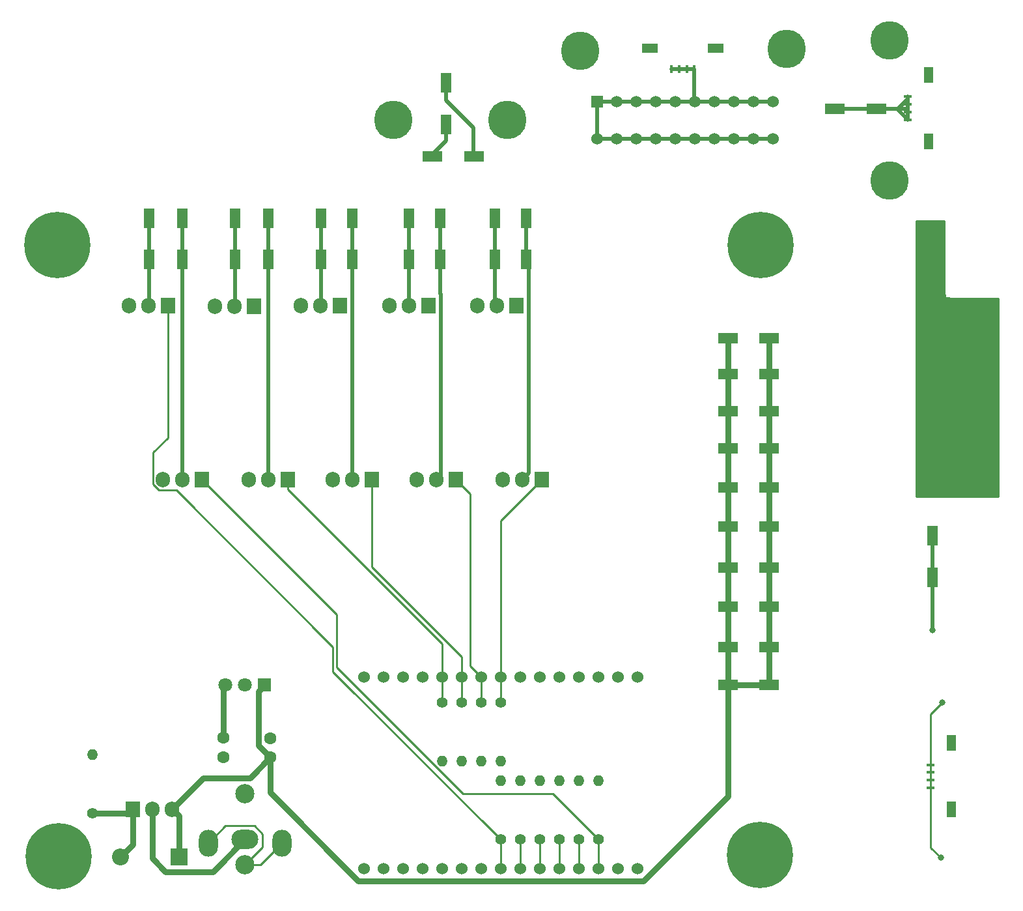
<source format=gbr>
%TF.GenerationSoftware,KiCad,Pcbnew,5.1.7-a382d34a8~88~ubuntu20.04.1*%
%TF.CreationDate,2021-03-09T09:32:07+01:00*%
%TF.ProjectId,narcise-redux,6e617263-6973-4652-9d72-656475782e6b,rev?*%
%TF.SameCoordinates,Original*%
%TF.FileFunction,Copper,L1,Top*%
%TF.FilePolarity,Positive*%
%FSLAX46Y46*%
G04 Gerber Fmt 4.6, Leading zero omitted, Abs format (unit mm)*
G04 Created by KiCad (PCBNEW 5.1.7-a382d34a8~88~ubuntu20.04.1) date 2021-03-09 09:32:07*
%MOMM*%
%LPD*%
G01*
G04 APERTURE LIST*
%TA.AperFunction,ComponentPad*%
%ADD10C,5.000000*%
%TD*%
%TA.AperFunction,ComponentPad*%
%ADD11C,0.800000*%
%TD*%
%TA.AperFunction,ComponentPad*%
%ADD12C,8.600000*%
%TD*%
%TA.AperFunction,ComponentPad*%
%ADD13C,0.900000*%
%TD*%
%TA.AperFunction,SMDPad,CuDef*%
%ADD14R,2.500000X1.400000*%
%TD*%
%TA.AperFunction,SMDPad,CuDef*%
%ADD15R,1.400000X2.500000*%
%TD*%
%TA.AperFunction,SMDPad,CuDef*%
%ADD16R,1.000000X0.400000*%
%TD*%
%TA.AperFunction,SMDPad,CuDef*%
%ADD17R,1.300000X2.000000*%
%TD*%
%TA.AperFunction,ComponentPad*%
%ADD18O,1.400000X1.400000*%
%TD*%
%TA.AperFunction,ComponentPad*%
%ADD19C,1.400000*%
%TD*%
%TA.AperFunction,ComponentPad*%
%ADD20O,1.905000X2.000000*%
%TD*%
%TA.AperFunction,ComponentPad*%
%ADD21R,1.905000X2.000000*%
%TD*%
%TA.AperFunction,SMDPad,CuDef*%
%ADD22R,0.400000X1.000000*%
%TD*%
%TA.AperFunction,SMDPad,CuDef*%
%ADD23R,2.000000X1.300000*%
%TD*%
%TA.AperFunction,ComponentPad*%
%ADD24O,3.500000X2.500000*%
%TD*%
%TA.AperFunction,ComponentPad*%
%ADD25O,2.500000X3.500000*%
%TD*%
%TA.AperFunction,ComponentPad*%
%ADD26C,2.500000*%
%TD*%
%TA.AperFunction,ComponentPad*%
%ADD27C,1.524000*%
%TD*%
%TA.AperFunction,ComponentPad*%
%ADD28R,1.800000X1.800000*%
%TD*%
%TA.AperFunction,ComponentPad*%
%ADD29C,1.800000*%
%TD*%
%TA.AperFunction,ComponentPad*%
%ADD30C,1.600000*%
%TD*%
%TA.AperFunction,ComponentPad*%
%ADD31R,1.524000X1.524000*%
%TD*%
%TA.AperFunction,ComponentPad*%
%ADD32O,2.200000X2.200000*%
%TD*%
%TA.AperFunction,ComponentPad*%
%ADD33R,2.200000X2.200000*%
%TD*%
%TA.AperFunction,ViaPad*%
%ADD34C,0.800000*%
%TD*%
%TA.AperFunction,Conductor*%
%ADD35C,0.750000*%
%TD*%
%TA.AperFunction,Conductor*%
%ADD36C,0.500000*%
%TD*%
%TA.AperFunction,Conductor*%
%ADD37C,0.250000*%
%TD*%
%TA.AperFunction,NonConductor*%
%ADD38C,0.254000*%
%TD*%
%TA.AperFunction,NonConductor*%
%ADD39C,0.100000*%
%TD*%
G04 APERTURE END LIST*
D10*
%TO.P,REF\u002A\u002A,1*%
%TO.N,N/C*%
X95122000Y-284725000D03*
D11*
X95122000Y-282850000D03*
X96447825Y-283399175D03*
X96997000Y-284725000D03*
X96447825Y-286050825D03*
X95122000Y-286600000D03*
X93796175Y-286050825D03*
X93247000Y-284725000D03*
X93796175Y-283399175D03*
%TD*%
%TO.P,REF\u002A\u002A,1*%
%TO.N,N/C*%
X78937175Y-283399175D03*
X78388000Y-284725000D03*
X78937175Y-286050825D03*
X80263000Y-286600000D03*
X81588825Y-286050825D03*
X82138000Y-284725000D03*
X81588825Y-283399175D03*
X80263000Y-282850000D03*
D10*
X80263000Y-284725000D03*
%TD*%
%TO.P,REF\u002A\u002A,1*%
%TO.N,N/C*%
X144793000Y-292577000D03*
D11*
X146668000Y-292577000D03*
X146118825Y-293902825D03*
X144793000Y-294452000D03*
X143467175Y-293902825D03*
X142918000Y-292577000D03*
X143467175Y-291251175D03*
X144793000Y-290702000D03*
X146118825Y-291251175D03*
%TD*%
%TO.P,REF\u002A\u002A,1*%
%TO.N,N/C*%
X146118825Y-273090175D03*
X144793000Y-272541000D03*
X143467175Y-273090175D03*
X142918000Y-274416000D03*
X143467175Y-275741825D03*
X144793000Y-276291000D03*
X146118825Y-275741825D03*
X146668000Y-274416000D03*
D10*
X144793000Y-274416000D03*
%TD*%
%TO.P,REF\u002A\u002A,1*%
%TO.N,N/C*%
X131378000Y-275447000D03*
D11*
X133253000Y-275447000D03*
X132703825Y-276772825D03*
X131378000Y-277322000D03*
X130052175Y-276772825D03*
X129503000Y-275447000D03*
X130052175Y-274121175D03*
X131378000Y-273572000D03*
X132703825Y-274121175D03*
%TD*%
%TO.P,REF\u002A\u002A,1*%
%TO.N,N/C*%
X105906825Y-274375175D03*
X104581000Y-273826000D03*
X103255175Y-274375175D03*
X102706000Y-275701000D03*
X103255175Y-277026825D03*
X104581000Y-277576000D03*
X105906825Y-277026825D03*
X106456000Y-275701000D03*
D10*
X104581000Y-275701000D03*
%TD*%
D12*
%TO.P,REF\u002A\u002A,1*%
%TO.N,N/C*%
X36599000Y-301006000D03*
D13*
X39824000Y-301006000D03*
X38879419Y-303286419D03*
X36599000Y-304231000D03*
X34318581Y-303286419D03*
X33374000Y-301006000D03*
X34318581Y-298725581D03*
X36599000Y-297781000D03*
X38879419Y-298725581D03*
%TD*%
D12*
%TO.P,REF\u002A\u002A,1*%
%TO.N,N/C*%
X128039000Y-301006000D03*
D13*
X131264000Y-301006000D03*
X130319419Y-303286419D03*
X128039000Y-304231000D03*
X125758581Y-303286419D03*
X124814000Y-301006000D03*
X125758581Y-298725581D03*
X128039000Y-297781000D03*
X130319419Y-298725581D03*
%TD*%
D12*
%TO.P,REF\u002A\u002A,1*%
%TO.N,N/C*%
X127912000Y-380254000D03*
D13*
X131137000Y-380254000D03*
X130192419Y-382534419D03*
X127912000Y-383479000D03*
X125631581Y-382534419D03*
X124687000Y-380254000D03*
X125631581Y-377973581D03*
X127912000Y-377029000D03*
X130192419Y-377973581D03*
%TD*%
%TO.P,REF\u002A\u002A,1*%
%TO.N,N/C*%
X39006419Y-378100581D03*
X36726000Y-377156000D03*
X34445581Y-378100581D03*
X33501000Y-380381000D03*
X34445581Y-382661419D03*
X36726000Y-383606000D03*
X39006419Y-382661419D03*
X39951000Y-380381000D03*
D12*
X36726000Y-380381000D03*
%TD*%
D14*
%TO.P,X19,L1.2*%
%TO.N,+24V*%
X123763000Y-313071000D03*
%TO.P,X19,L1.1*%
X129163000Y-313071000D03*
%TD*%
%TO.P,X38,L1.2*%
%TO.N,Net-(U14-Pad1)*%
X143100000Y-283306000D03*
%TO.P,X38,L1.1*%
X137700000Y-283306000D03*
%TD*%
D15*
%TO.P,X28,L1.2*%
%TO.N,Net-(X28-PadL1.1)*%
X150390000Y-338746000D03*
%TO.P,X28,L1.1*%
X150390000Y-344146000D03*
%TD*%
D14*
%TO.P,X26,L1.2*%
%TO.N,Net-(X25-PadL1.2)*%
X85385000Y-289424000D03*
%TO.P,X26,L1.1*%
%TO.N,Net-(X25-PadL1.1)*%
X90785000Y-289424000D03*
%TD*%
D15*
%TO.P,X25,L1.2*%
%TO.N,Net-(X25-PadL1.2)*%
X87121000Y-285318000D03*
%TO.P,X25,L1.1*%
%TO.N,Net-(X25-PadL1.1)*%
X87121000Y-279918000D03*
%TD*%
%TO.P,X20,L1.2*%
%TO.N,Net-(Q11-Pad2)*%
X97559000Y-302869000D03*
%TO.P,X20,L1.1*%
X97559000Y-297469000D03*
%TD*%
%TO.P,X18,L1.2*%
%TO.N,Net-(Q10-Pad2)*%
X86383000Y-302869000D03*
%TO.P,X18,L1.1*%
X86383000Y-297469000D03*
%TD*%
%TO.P,X17,L1.2*%
%TO.N,Net-(Q9-Pad2)*%
X74953000Y-302869000D03*
%TO.P,X17,L1.1*%
X74953000Y-297469000D03*
%TD*%
%TO.P,X16,L1.2*%
%TO.N,Net-(Q8-Pad2)*%
X64031000Y-302869000D03*
%TO.P,X16,L1.1*%
X64031000Y-297469000D03*
%TD*%
D14*
%TO.P,X15,L1.2*%
%TO.N,+24V*%
X123763000Y-317770000D03*
%TO.P,X15,L1.1*%
X129163000Y-317770000D03*
%TD*%
%TO.P,X14,L1.2*%
%TO.N,+24V*%
X123763000Y-322596000D03*
%TO.P,X14,L1.1*%
X129163000Y-322596000D03*
%TD*%
%TO.P,X13,L1.2*%
%TO.N,+24V*%
X123763000Y-327422000D03*
%TO.P,X13,L1.1*%
X129163000Y-327422000D03*
%TD*%
D15*
%TO.P,X12,L1.2*%
%TO.N,Net-(Q7-Pad2)*%
X52855000Y-302869000D03*
%TO.P,X12,L1.1*%
X52855000Y-297469000D03*
%TD*%
%TO.P,X11,L1.2*%
%TO.N,Net-(Q5-Pad2)*%
X93495000Y-302869000D03*
%TO.P,X11,L1.1*%
X93495000Y-297469000D03*
%TD*%
%TO.P,X10,L1.2*%
%TO.N,Net-(Q4-Pad2)*%
X82319000Y-302869000D03*
%TO.P,X10,L1.1*%
X82319000Y-297469000D03*
%TD*%
D14*
%TO.P,X9,L1.2*%
%TO.N,+24V*%
X123763000Y-358156000D03*
%TO.P,X9,L1.1*%
X129163000Y-358156000D03*
%TD*%
%TO.P,X8,L1.2*%
%TO.N,+24V*%
X123763000Y-332502000D03*
%TO.P,X8,L1.1*%
X129163000Y-332502000D03*
%TD*%
%TO.P,X7,L1.2*%
%TO.N,+24V*%
X123763000Y-337582000D03*
%TO.P,X7,L1.1*%
X129163000Y-337582000D03*
%TD*%
D15*
%TO.P,X6,L1.2*%
%TO.N,Net-(Q1-Pad2)*%
X48537000Y-302869000D03*
%TO.P,X6,L1.1*%
X48537000Y-297469000D03*
%TD*%
%TO.P,X5,L1.2*%
%TO.N,Net-(Q3-Pad2)*%
X70889000Y-302869000D03*
%TO.P,X5,L1.1*%
X70889000Y-297469000D03*
%TD*%
%TO.P,X4,L1.2*%
%TO.N,Net-(Q2-Pad2)*%
X59713000Y-302869000D03*
%TO.P,X4,L1.1*%
X59713000Y-297469000D03*
%TD*%
D14*
%TO.P,X3,L1.2*%
%TO.N,+24V*%
X123763000Y-353203000D03*
%TO.P,X3,L1.1*%
X129163000Y-353203000D03*
%TD*%
%TO.P,X2,L1.2*%
%TO.N,+24V*%
X123763000Y-342916000D03*
%TO.P,X2,L1.1*%
X129163000Y-342916000D03*
%TD*%
%TO.P,X1,L1.2*%
%TO.N,+24V*%
X123763000Y-347996000D03*
%TO.P,X1,L1.1*%
X129163000Y-347996000D03*
%TD*%
D16*
%TO.P,U14,4*%
%TO.N,Net-(U14-Pad1)*%
X147185000Y-281679000D03*
%TO.P,U14,3*%
X147185000Y-282679000D03*
%TO.P,U14,2*%
X147185000Y-283679000D03*
%TO.P,U14,1*%
X147185000Y-284679000D03*
D17*
%TO.P,U14,MP*%
%TO.N,N/C*%
X149885000Y-278879000D03*
X149885000Y-287479000D03*
%TD*%
D16*
%TO.P,U3,4*%
%TO.N,Net-(U3-Pad1)*%
X150143000Y-368499000D03*
%TO.P,U3,3*%
X150143000Y-369499000D03*
%TO.P,U3,2*%
X150143000Y-370499000D03*
%TO.P,U3,1*%
X150143000Y-371499000D03*
D17*
%TO.P,U3,MP*%
%TO.N,N/C*%
X152843000Y-365699000D03*
X152843000Y-374299000D03*
%TD*%
D18*
%TO.P,R11,2*%
%TO.N,POWER-IN-*%
X94257000Y-368062000D03*
D19*
%TO.P,R11,1*%
%TO.N,sheet10*%
X94257000Y-360442000D03*
%TD*%
D18*
%TO.P,R10,2*%
%TO.N,POWER-IN-*%
X91717000Y-368062000D03*
D19*
%TO.P,R10,1*%
%TO.N,sheet9*%
X91717000Y-360442000D03*
%TD*%
D18*
%TO.P,R9,2*%
%TO.N,POWER-IN-*%
X89177000Y-368062000D03*
D19*
%TO.P,R9,1*%
%TO.N,sheet8*%
X89177000Y-360442000D03*
%TD*%
D18*
%TO.P,R8,2*%
%TO.N,POWER-IN-*%
X86637000Y-368062000D03*
D19*
%TO.P,R8,1*%
%TO.N,sheet7*%
X86637000Y-360442000D03*
%TD*%
D18*
%TO.P,R7,2*%
%TO.N,POWER-IN-*%
X106957000Y-370602000D03*
D19*
%TO.P,R7,1*%
%TO.N,sheet6*%
X106957000Y-378222000D03*
%TD*%
D18*
%TO.P,R5,2*%
%TO.N,POWER-IN-*%
X104417000Y-370602000D03*
D19*
%TO.P,R5,1*%
%TO.N,sheet5*%
X104417000Y-378222000D03*
%TD*%
D18*
%TO.P,R4,2*%
%TO.N,POWER-IN-*%
X101877000Y-370602000D03*
D19*
%TO.P,R4,1*%
%TO.N,sheet4*%
X101877000Y-378222000D03*
%TD*%
D18*
%TO.P,R3,2*%
%TO.N,POWER-IN-*%
X99337000Y-370602000D03*
D19*
%TO.P,R3,1*%
%TO.N,sheet3*%
X99337000Y-378222000D03*
%TD*%
D18*
%TO.P,R2,2*%
%TO.N,POWER-IN-*%
X96797000Y-370602000D03*
D19*
%TO.P,R2,1*%
%TO.N,sheet2*%
X96797000Y-378222000D03*
%TD*%
D20*
%TO.P,Q11,3*%
%TO.N,POWER-IN-*%
X94511000Y-331486000D03*
%TO.P,Q11,2*%
%TO.N,Net-(Q11-Pad2)*%
X97051000Y-331486000D03*
D21*
%TO.P,Q11,1*%
%TO.N,sheet10*%
X99591000Y-331486000D03*
%TD*%
D20*
%TO.P,Q10,3*%
%TO.N,POWER-IN-*%
X83335000Y-331486000D03*
%TO.P,Q10,2*%
%TO.N,Net-(Q10-Pad2)*%
X85875000Y-331486000D03*
D21*
%TO.P,Q10,1*%
%TO.N,sheet9*%
X88415000Y-331486000D03*
%TD*%
D20*
%TO.P,Q9,3*%
%TO.N,POWER-IN-*%
X72413000Y-331486000D03*
%TO.P,Q9,2*%
%TO.N,Net-(Q9-Pad2)*%
X74953000Y-331486000D03*
D21*
%TO.P,Q9,1*%
%TO.N,sheet8*%
X77493000Y-331486000D03*
%TD*%
D20*
%TO.P,Q8,3*%
%TO.N,POWER-IN-*%
X61491000Y-331486000D03*
%TO.P,Q8,2*%
%TO.N,Net-(Q8-Pad2)*%
X64031000Y-331486000D03*
D21*
%TO.P,Q8,1*%
%TO.N,sheet7*%
X66571000Y-331486000D03*
%TD*%
D20*
%TO.P,Q7,3*%
%TO.N,POWER-IN-*%
X50315000Y-331486000D03*
%TO.P,Q7,2*%
%TO.N,Net-(Q7-Pad2)*%
X52855000Y-331486000D03*
D21*
%TO.P,Q7,1*%
%TO.N,sheet6*%
X55395000Y-331486000D03*
%TD*%
D20*
%TO.P,Q5,3*%
%TO.N,POWER-IN-*%
X91209000Y-308880000D03*
%TO.P,Q5,2*%
%TO.N,Net-(Q5-Pad2)*%
X93749000Y-308880000D03*
D21*
%TO.P,Q5,1*%
%TO.N,sheet5*%
X96289000Y-308880000D03*
%TD*%
D20*
%TO.P,Q4,3*%
%TO.N,POWER-IN-*%
X79779000Y-308880000D03*
%TO.P,Q4,2*%
%TO.N,Net-(Q4-Pad2)*%
X82319000Y-308880000D03*
D21*
%TO.P,Q4,1*%
%TO.N,sheet4*%
X84859000Y-308880000D03*
%TD*%
D20*
%TO.P,Q3,3*%
%TO.N,POWER-IN-*%
X68238000Y-308881000D03*
%TO.P,Q3,2*%
%TO.N,Net-(Q3-Pad2)*%
X70778000Y-308881000D03*
D21*
%TO.P,Q3,1*%
%TO.N,sheet3*%
X73318000Y-308881000D03*
%TD*%
D20*
%TO.P,Q2,3*%
%TO.N,POWER-IN-*%
X57099000Y-308939000D03*
%TO.P,Q2,2*%
%TO.N,Net-(Q2-Pad2)*%
X59639000Y-308939000D03*
D21*
%TO.P,Q2,1*%
%TO.N,sheet2*%
X62179000Y-308939000D03*
%TD*%
D22*
%TO.P,U30,4*%
%TO.N,Net-(J8-Pad1)*%
X116416000Y-278135000D03*
%TO.P,U30,3*%
X117416000Y-278135000D03*
%TO.P,U30,2*%
X118416000Y-278135000D03*
%TO.P,U30,1*%
X119416000Y-278135000D03*
D23*
%TO.P,U30,MP*%
%TO.N,N/C*%
X113616000Y-275435000D03*
X122216000Y-275435000D03*
%TD*%
D24*
%TO.P,U21,1*%
%TO.N,POWER-IN+*%
X60983000Y-378222000D03*
D25*
%TO.P,U21,0*%
%TO.N,Net-(U21-Pad0)*%
X56183000Y-378722000D03*
X65783000Y-378722000D03*
D26*
%TO.P,U21,2*%
%TO.N,POWER-IN-*%
X60983000Y-372222000D03*
%TO.P,U21,0*%
%TO.N,Net-(U21-Pad0)*%
X60983000Y-381472000D03*
%TD*%
D27*
%TO.P,U11,30*%
%TO.N,Net-(U11-Pad30)*%
X76477000Y-357140000D03*
%TO.P,U11,29*%
%TO.N,Net-(U11-Pad29)*%
X79017000Y-357140000D03*
%TO.P,U11,28*%
%TO.N,Net-(U11-Pad28)*%
X81557000Y-357140000D03*
%TO.P,U11,27*%
%TO.N,Net-(U11-Pad27)*%
X84097000Y-357140000D03*
%TO.P,U11,26*%
%TO.N,sheet7*%
X86637000Y-357140000D03*
%TO.P,U11,25*%
%TO.N,sheet8*%
X89177000Y-357140000D03*
%TO.P,U11,24*%
%TO.N,sheet9*%
X91717000Y-357140000D03*
%TO.P,U11,23*%
%TO.N,sheet10*%
X94257000Y-357140000D03*
%TO.P,U11,22*%
%TO.N,Net-(U11-Pad22)*%
X96797000Y-357140000D03*
%TO.P,U11,21*%
%TO.N,Net-(U11-Pad21)*%
X99337000Y-357140000D03*
%TO.P,U11,20*%
%TO.N,Net-(U11-Pad20)*%
X101877000Y-357140000D03*
%TO.P,U11,19*%
%TO.N,Net-(U11-Pad19)*%
X104417000Y-357140000D03*
%TO.P,U11,18*%
%TO.N,Net-(U11-Pad18)*%
X106957000Y-357140000D03*
%TO.P,U11,17*%
%TO.N,POWER-IN-*%
X109497000Y-357140000D03*
%TO.P,U11,16*%
%TO.N,Net-(U11-Pad16)*%
X112037000Y-357140000D03*
%TO.P,U11,15*%
%TO.N,+5V*%
X112037000Y-382032000D03*
%TO.P,U11,14*%
%TO.N,POWER-IN-*%
X109497000Y-382032000D03*
X109497000Y-382032000D03*
%TO.P,U11,13*%
%TO.N,sheet6*%
X106957000Y-382032000D03*
%TO.P,U11,12*%
%TO.N,sheet5*%
X104417000Y-382032000D03*
%TO.P,U11,11*%
%TO.N,sheet4*%
X101877000Y-382032000D03*
%TO.P,U11,10*%
%TO.N,sheet3*%
X99337000Y-382032000D03*
%TO.P,U11,9*%
%TO.N,sheet2*%
X96797000Y-382032000D03*
%TO.P,U11,8*%
%TO.N,sheet1*%
X94257000Y-382032000D03*
%TO.P,U11,7*%
%TO.N,Net-(U11-Pad7)*%
X91717000Y-382032000D03*
%TO.P,U11,6*%
%TO.N,Net-(U11-Pad6)*%
X89177000Y-382032000D03*
%TO.P,U11,5*%
%TO.N,Net-(U11-Pad5)*%
X86637000Y-382032000D03*
%TO.P,U11,4*%
%TO.N,Net-(U11-Pad4)*%
X84097000Y-382032000D03*
%TO.P,U11,3*%
%TO.N,Net-(U11-Pad3)*%
X81557000Y-382032000D03*
%TO.P,U11,2*%
%TO.N,Net-(U11-Pad2)*%
X79017000Y-382032000D03*
%TO.P,U11,1*%
%TO.N,Net-(U11-Pad1)*%
X76477000Y-382032000D03*
%TD*%
D28*
%TO.P,U10,1*%
%TO.N,+24V*%
X63523000Y-358156000D03*
D29*
%TO.P,U10,2*%
%TO.N,POWER-IN-*%
X60983000Y-358156000D03*
%TO.P,U10,3*%
%TO.N,+5V*%
X58443000Y-358156000D03*
%TD*%
D18*
%TO.P,R6,2*%
%TO.N,POWER-IN-*%
X41171000Y-367173000D03*
D19*
%TO.P,R6,1*%
%TO.N,Net-(D1-Pad2)*%
X41171000Y-374793000D03*
%TD*%
D18*
%TO.P,R1,2*%
%TO.N,POWER-IN-*%
X94257000Y-370602000D03*
D19*
%TO.P,R1,1*%
%TO.N,sheet1*%
X94257000Y-378222000D03*
%TD*%
D20*
%TO.P,Q6,3*%
%TO.N,+24V*%
X51459000Y-374259000D03*
%TO.P,Q6,2*%
%TO.N,POWER-IN+*%
X48919000Y-374259000D03*
D21*
%TO.P,Q6,1*%
%TO.N,Net-(D1-Pad2)*%
X46379000Y-374259000D03*
%TD*%
D20*
%TO.P,Q1,3*%
%TO.N,POWER-IN-*%
X45856000Y-308835000D03*
%TO.P,Q1,2*%
%TO.N,Net-(Q1-Pad2)*%
X48396000Y-308835000D03*
D21*
%TO.P,Q1,1*%
%TO.N,sheet1*%
X50936000Y-308835000D03*
%TD*%
D30*
%TO.P,Murata-Ceramic-Capacitor-50v1-22uF2,2*%
%TO.N,POWER-IN-*%
X58189000Y-367514000D03*
%TO.P,Murata-Ceramic-Capacitor-50v1-22uF2,1*%
%TO.N,+5V*%
X58189000Y-365014000D03*
%TD*%
%TO.P,Murata-Ceramic-Capacitor-50v1-22uF1,2*%
%TO.N,POWER-IN-*%
X64285000Y-365054000D03*
%TO.P,Murata-Ceramic-Capacitor-50v1-22uF1,1*%
%TO.N,+24V*%
X64285000Y-367554000D03*
%TD*%
D27*
%TO.P,J8,20*%
%TO.N,Net-(J8-Pad1)*%
X129600000Y-287156400D03*
%TO.P,J8,19*%
X129600000Y-282305000D03*
%TO.P,J8,18*%
X127060000Y-287156400D03*
%TO.P,J8,17*%
X127060000Y-282305000D03*
%TO.P,J8,16*%
X124520000Y-287156400D03*
%TO.P,J8,15*%
X124520000Y-282305000D03*
%TO.P,J8,14*%
X121980000Y-287156400D03*
%TO.P,J8,13*%
X121980000Y-282305000D03*
%TO.P,J8,12*%
X119440000Y-287156400D03*
%TO.P,J8,11*%
X119440000Y-282305000D03*
%TO.P,J8,10*%
X116900000Y-287156400D03*
%TO.P,J8,9*%
X116900000Y-282305000D03*
%TO.P,J8,8*%
X114360000Y-287156400D03*
%TO.P,J8,7*%
X114360000Y-282305000D03*
%TO.P,J8,6*%
X111820000Y-287156400D03*
%TO.P,J8,5*%
X111820000Y-282305000D03*
%TO.P,J8,4*%
X109280000Y-287156400D03*
%TO.P,J8,3*%
X109280000Y-282305000D03*
%TO.P,J8,2*%
X106740000Y-287156400D03*
D31*
%TO.P,J8,1*%
X106740000Y-282305000D03*
%TD*%
D32*
%TO.P,D1,2*%
%TO.N,Net-(D1-Pad2)*%
X44759000Y-380508000D03*
D33*
%TO.P,D1,1*%
%TO.N,+24V*%
X52379000Y-380508000D03*
%TD*%
D34*
%TO.N,Net-(U3-Pad1)*%
X151434000Y-380540000D03*
X151624500Y-360410500D03*
%TO.N,Net-(X28-PadL1.1)*%
X150390000Y-351023000D03*
%TD*%
D35*
%TO.N,Net-(D1-Pad2)*%
X45845000Y-374793000D02*
X46379000Y-374259000D01*
X41171000Y-374793000D02*
X45845000Y-374793000D01*
X46379000Y-378888000D02*
X44759000Y-380508000D01*
X46379000Y-374259000D02*
X46379000Y-378888000D01*
%TO.N,+24V*%
X52379000Y-375179000D02*
X51459000Y-374259000D01*
X52379000Y-380508000D02*
X52379000Y-375179000D01*
X61642001Y-370196999D02*
X64285000Y-367554000D01*
X55521001Y-370196999D02*
X61642001Y-370196999D01*
X51459000Y-374259000D02*
X55521001Y-370196999D01*
X62709999Y-365978999D02*
X64285000Y-367554000D01*
X62709999Y-358969001D02*
X62709999Y-365978999D01*
X63523000Y-358156000D02*
X62709999Y-358969001D01*
X123763000Y-372580762D02*
X123763000Y-358156000D01*
X112774761Y-383569001D02*
X123763000Y-372580762D01*
X75739239Y-383569001D02*
X112774761Y-383569001D01*
X64285000Y-372114762D02*
X75739239Y-383569001D01*
X64285000Y-367554000D02*
X64285000Y-372114762D01*
X123763000Y-358156000D02*
X129163000Y-358156000D01*
X129163000Y-358156000D02*
X129163000Y-313071000D01*
X123763000Y-313071000D02*
X123763000Y-358156000D01*
D36*
%TO.N,Net-(J8-Pad1)*%
X116416000Y-278135000D02*
X119416000Y-278135000D01*
X119416000Y-282281000D02*
X119440000Y-282305000D01*
X119416000Y-278135000D02*
X119416000Y-282281000D01*
X129600000Y-282305000D02*
X106740000Y-282305000D01*
X106740000Y-282305000D02*
X106740000Y-287156400D01*
X106740000Y-287156400D02*
X129600000Y-287156400D01*
D35*
%TO.N,+5V*%
X58189000Y-358410000D02*
X58443000Y-358156000D01*
X58189000Y-365014000D02*
X58189000Y-358410000D01*
D36*
%TO.N,Net-(Q1-Pad2)*%
X48537000Y-297469000D02*
X48537000Y-302869000D01*
X48537000Y-308694000D02*
X48396000Y-308835000D01*
X48537000Y-302869000D02*
X48537000Y-308694000D01*
D37*
%TO.N,sheet1*%
X94257000Y-382032000D02*
X94257000Y-378222000D01*
X50936000Y-326026002D02*
X50936000Y-308835000D01*
X49037490Y-327924512D02*
X50936000Y-326026002D01*
X49785839Y-332811010D02*
X49037490Y-332062661D01*
X52042997Y-332811010D02*
X49785839Y-332811010D01*
X72427989Y-353196002D02*
X52042997Y-332811010D01*
X49037490Y-332062661D02*
X49037490Y-327924512D01*
X72427989Y-356392989D02*
X72427989Y-353196002D01*
X94257000Y-378222000D02*
X72427989Y-356392989D01*
D36*
%TO.N,Net-(Q2-Pad2)*%
X59713000Y-297469000D02*
X59713000Y-302869000D01*
X59713000Y-308865000D02*
X59639000Y-308939000D01*
X59713000Y-302869000D02*
X59713000Y-308865000D01*
D37*
%TO.N,sheet2*%
X96797000Y-382032000D02*
X96797000Y-378222000D01*
D36*
%TO.N,Net-(Q3-Pad2)*%
X70889000Y-297469000D02*
X70889000Y-302869000D01*
X70889000Y-308770000D02*
X70778000Y-308881000D01*
X70889000Y-302869000D02*
X70889000Y-308770000D01*
D37*
%TO.N,sheet3*%
X99337000Y-382032000D02*
X99337000Y-378222000D01*
D36*
%TO.N,Net-(Q4-Pad2)*%
X82319000Y-297469000D02*
X82319000Y-302869000D01*
X82319000Y-302869000D02*
X82319000Y-308880000D01*
D37*
%TO.N,sheet4*%
X101877000Y-382032000D02*
X101877000Y-378222000D01*
D36*
%TO.N,Net-(Q5-Pad2)*%
X93495000Y-297469000D02*
X93495000Y-302869000D01*
X93495000Y-308626000D02*
X93749000Y-308880000D01*
X93495000Y-302869000D02*
X93495000Y-308626000D01*
D37*
%TO.N,sheet5*%
X104417000Y-382032000D02*
X104417000Y-378222000D01*
D35*
%TO.N,POWER-IN+*%
X48919000Y-380643002D02*
X48919000Y-374259000D01*
X56821999Y-382383001D02*
X50658999Y-382383001D01*
X50658999Y-382383001D02*
X48919000Y-380643002D01*
X60983000Y-378222000D02*
X56821999Y-382383001D01*
D37*
%TO.N,Net-(U3-Pad1)*%
X150143000Y-368880000D02*
X150143000Y-361892000D01*
X151624500Y-360410500D02*
X151688000Y-360347000D01*
X150143000Y-361892000D02*
X151624500Y-360410500D01*
X150143000Y-371880000D02*
X150143000Y-368880000D01*
X150143000Y-371880000D02*
X150143000Y-379249000D01*
X151434000Y-380540000D02*
X151434000Y-380540000D01*
X150143000Y-379249000D02*
X151434000Y-380540000D01*
%TO.N,sheet6*%
X72877999Y-355820001D02*
X89310998Y-372253000D01*
X72877999Y-348968999D02*
X72877999Y-355820001D01*
X55395000Y-331486000D02*
X72877999Y-348968999D01*
X100988000Y-372253000D02*
X106957000Y-378222000D01*
X89310998Y-372253000D02*
X100988000Y-372253000D01*
X106957000Y-382032000D02*
X106957000Y-378222000D01*
%TO.N,Net-(U21-Pad0)*%
X63258010Y-379196990D02*
X60983000Y-381472000D01*
X63258010Y-377486767D02*
X63258010Y-379196990D01*
X62218233Y-376446990D02*
X63258010Y-377486767D01*
X58458010Y-376446990D02*
X62218233Y-376446990D01*
X56183000Y-378722000D02*
X58458010Y-376446990D01*
X63033000Y-381472000D02*
X65783000Y-378722000D01*
X60983000Y-381472000D02*
X63033000Y-381472000D01*
D36*
%TO.N,Net-(Q7-Pad2)*%
X52855000Y-297469000D02*
X52855000Y-302869000D01*
X52855000Y-332068502D02*
X52855000Y-331486000D01*
X52855000Y-302869000D02*
X52855000Y-332068502D01*
%TO.N,Net-(Q8-Pad2)*%
X64031000Y-297469000D02*
X64031000Y-302869000D01*
X64031000Y-302869000D02*
X64031000Y-331486000D01*
D37*
%TO.N,sheet7*%
X86637000Y-360442000D02*
X86637000Y-357140000D01*
X86637000Y-352802000D02*
X86637000Y-357140000D01*
X66571000Y-332736000D02*
X86637000Y-352802000D01*
X66571000Y-331486000D02*
X66571000Y-332736000D01*
D36*
%TO.N,Net-(Q9-Pad2)*%
X74953000Y-297469000D02*
X74953000Y-302869000D01*
X74953000Y-302869000D02*
X74953000Y-331486000D01*
D37*
%TO.N,sheet8*%
X89177000Y-360442000D02*
X89177000Y-357140000D01*
X89177000Y-354519002D02*
X89177000Y-357140000D01*
X77493000Y-342835002D02*
X89177000Y-354519002D01*
X77493000Y-331486000D02*
X77493000Y-342835002D01*
D36*
%TO.N,Net-(Q10-Pad2)*%
X86383000Y-297469000D02*
X86383000Y-302869000D01*
X86461501Y-307359999D02*
X86461501Y-330899499D01*
X86383000Y-307281498D02*
X86461501Y-307359999D01*
X86461501Y-330899499D02*
X85875000Y-331486000D01*
X86383000Y-302869000D02*
X86383000Y-307281498D01*
D37*
%TO.N,sheet9*%
X91717000Y-360442000D02*
X91717000Y-357140000D01*
X90264001Y-355687001D02*
X91717000Y-357140000D01*
X90264001Y-333335001D02*
X90264001Y-355687001D01*
X88415000Y-331486000D02*
X90264001Y-333335001D01*
D36*
%TO.N,Net-(Q11-Pad2)*%
X97559000Y-297469000D02*
X97559000Y-302869000D01*
X97891501Y-330645499D02*
X97051000Y-331486000D01*
X97891501Y-303201501D02*
X97891501Y-330645499D01*
X97559000Y-302869000D02*
X97891501Y-303201501D01*
D37*
%TO.N,sheet10*%
X94257000Y-360442000D02*
X94257000Y-357140000D01*
X94257000Y-336820000D02*
X99591000Y-331486000D01*
X94257000Y-357140000D02*
X94257000Y-336820000D01*
D36*
%TO.N,Net-(U14-Pad1)*%
X145894000Y-283306000D02*
X147185000Y-282015000D01*
X147185000Y-284679000D02*
X147185000Y-283285000D01*
X145812000Y-283306000D02*
X145894000Y-283306000D01*
X137954000Y-283306000D02*
X143354000Y-283306000D01*
X147185000Y-283285000D02*
X147185000Y-282015000D01*
X145812000Y-283306000D02*
X147164000Y-283306000D01*
X145812000Y-283306000D02*
X147185000Y-284679000D01*
X143354000Y-283306000D02*
X145812000Y-283306000D01*
X147185000Y-282015000D02*
X147185000Y-281679000D01*
X147164000Y-283306000D02*
X147185000Y-283285000D01*
%TO.N,Net-(X25-PadL1.2)*%
X87121000Y-287434000D02*
X85258000Y-289297000D01*
X87121000Y-285318000D02*
X87121000Y-287434000D01*
%TO.N,Net-(X25-PadL1.1)*%
X90658000Y-289297000D02*
X90658000Y-285734998D01*
X90658000Y-285734998D02*
X87121000Y-282197998D01*
X87121000Y-282197998D02*
X87121000Y-279918000D01*
%TO.N,Net-(X28-PadL1.1)*%
X150390000Y-344273000D02*
X150390000Y-338873000D01*
X150390000Y-351023000D02*
X150390000Y-351023000D01*
X150390000Y-344273000D02*
X150390000Y-351023000D01*
%TD*%
D38*
X151904000Y-307131123D02*
X151900565Y-307166000D01*
X151914273Y-307305184D01*
X151954872Y-307439020D01*
X151979000Y-307484160D01*
X151979000Y-307674000D01*
X151981440Y-307698776D01*
X151988667Y-307722601D01*
X152000403Y-307744557D01*
X152016197Y-307763803D01*
X152035443Y-307779597D01*
X152057399Y-307791333D01*
X152081224Y-307798560D01*
X152106000Y-307801000D01*
X152295840Y-307801000D01*
X152340980Y-307825128D01*
X152474816Y-307865727D01*
X152614000Y-307879435D01*
X152648877Y-307876000D01*
X158889001Y-307876000D01*
X158889000Y-333634000D01*
X148244000Y-333634000D01*
X148244000Y-297843000D01*
X151904001Y-297843000D01*
X151904000Y-307131123D01*
%TA.AperFunction,NonConductor*%
D39*
G36*
X151904000Y-307131123D02*
G01*
X151900565Y-307166000D01*
X151914273Y-307305184D01*
X151954872Y-307439020D01*
X151979000Y-307484160D01*
X151979000Y-307674000D01*
X151981440Y-307698776D01*
X151988667Y-307722601D01*
X152000403Y-307744557D01*
X152016197Y-307763803D01*
X152035443Y-307779597D01*
X152057399Y-307791333D01*
X152081224Y-307798560D01*
X152106000Y-307801000D01*
X152295840Y-307801000D01*
X152340980Y-307825128D01*
X152474816Y-307865727D01*
X152614000Y-307879435D01*
X152648877Y-307876000D01*
X158889001Y-307876000D01*
X158889000Y-333634000D01*
X148244000Y-333634000D01*
X148244000Y-297843000D01*
X151904001Y-297843000D01*
X151904000Y-307131123D01*
G37*
%TD.AperFunction*%
M02*

</source>
